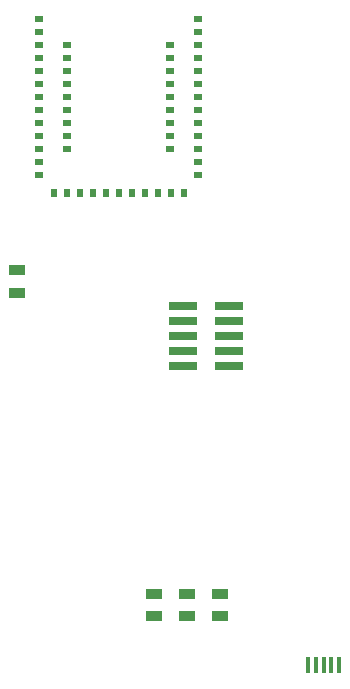
<source format=gtp>
G04 #@! TF.GenerationSoftware,KiCad,Pcbnew,(5.0.0)*
G04 #@! TF.CreationDate,2018-09-13T11:25:45+02:00*
G04 #@! TF.ProjectId,HolyIoT-NRF52840-Breakout,486F6C79496F542D4E52463532383430,1.0*
G04 #@! TF.SameCoordinates,Original*
G04 #@! TF.FileFunction,Paste,Top*
G04 #@! TF.FilePolarity,Positive*
%FSLAX46Y46*%
G04 Gerber Fmt 4.6, Leading zero omitted, Abs format (unit mm)*
G04 Created by KiCad (PCBNEW (5.0.0)) date 09/13/18 11:25:45*
%MOMM*%
%LPD*%
G01*
G04 APERTURE LIST*
%ADD10R,0.600000X0.800000*%
%ADD11R,0.800000X0.600000*%
%ADD12R,2.400000X0.740000*%
%ADD13R,1.397000X0.889000*%
%ADD14R,0.400000X1.350000*%
G04 APERTURE END LIST*
D10*
G04 #@! TO.C,U1*
X121550000Y-97500000D03*
X123750000Y-97500000D03*
X122650000Y-97500000D03*
X120450000Y-97500000D03*
X112750000Y-97500000D03*
X119350000Y-97500000D03*
X118250000Y-97500000D03*
X117150000Y-97500000D03*
X116050000Y-97500000D03*
X114950000Y-97500000D03*
X113850000Y-97500000D03*
D11*
X125000000Y-91600000D03*
X125000000Y-93800000D03*
X125000000Y-92700000D03*
X125000000Y-90500000D03*
X125000000Y-96000000D03*
X125000000Y-94900000D03*
X125000000Y-82800000D03*
X125000000Y-89400000D03*
X125000000Y-88300000D03*
X125000000Y-87200000D03*
X125000000Y-86100000D03*
X125000000Y-85000000D03*
X125000000Y-83900000D03*
X111500000Y-96000000D03*
X111500000Y-94900000D03*
X111500000Y-93800000D03*
X111500000Y-92700000D03*
X111500000Y-91600000D03*
X111500000Y-90500000D03*
X122600000Y-89400000D03*
X122600000Y-87200000D03*
X122600000Y-86100000D03*
X122600000Y-91600000D03*
X122600000Y-92700000D03*
X122600000Y-93800000D03*
X122600000Y-90500000D03*
X122600000Y-85000000D03*
X122600000Y-88300000D03*
X113900000Y-93800000D03*
X113900000Y-92700000D03*
X113900000Y-91600000D03*
X113900000Y-90500000D03*
X113900000Y-89400000D03*
X113900000Y-88300000D03*
X113900000Y-87200000D03*
X113900000Y-86100000D03*
X113900000Y-85000000D03*
X111500000Y-89400000D03*
X111500000Y-88300000D03*
X111500000Y-87200000D03*
X111500000Y-86100000D03*
X111500000Y-85000000D03*
X111500000Y-83900000D03*
X111500000Y-82800000D03*
G04 #@! TD*
D12*
G04 #@! TO.C,J4*
X123650000Y-107060000D03*
X127550000Y-107060000D03*
X123650000Y-108330000D03*
X127550000Y-108330000D03*
X123650000Y-109600000D03*
X127550000Y-109600000D03*
X123650000Y-110870000D03*
X127550000Y-110870000D03*
X123650000Y-112140000D03*
X127550000Y-112140000D03*
G04 #@! TD*
D13*
G04 #@! TO.C,R2*
X126800000Y-133352500D03*
X126800000Y-131447500D03*
G04 #@! TD*
G04 #@! TO.C,R1*
X124000000Y-131447500D03*
X124000000Y-133352500D03*
G04 #@! TD*
G04 #@! TO.C,C1*
X121200000Y-133352500D03*
X121200000Y-131447500D03*
G04 #@! TD*
D14*
G04 #@! TO.C,P1*
X134299100Y-137437460D03*
X134949100Y-137437460D03*
X135599100Y-137437460D03*
X136249100Y-137437460D03*
X136899100Y-137437460D03*
G04 #@! TD*
D13*
G04 #@! TO.C,C2*
X109600000Y-104047500D03*
X109600000Y-105952500D03*
G04 #@! TD*
M02*

</source>
